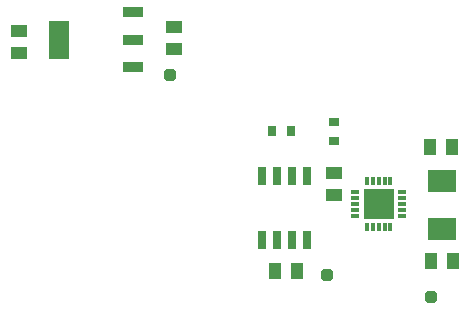
<source format=gtp>
G04*
G04 #@! TF.GenerationSoftware,Altium Limited,Altium Designer,21.4.1 (30)*
G04*
G04 Layer_Color=8421504*
%FSLAX25Y25*%
%MOIN*%
G70*
G04*
G04 #@! TF.SameCoordinates,4DB3B217-B7BD-441B-8BB1-1C5CD1DCED83*
G04*
G04*
G04 #@! TF.FilePolarity,Positive*
G04*
G01*
G75*
%ADD15R,0.05315X0.03937*%
%ADD16R,0.09843X0.09843*%
%ADD17R,0.01181X0.02874*%
%ADD18R,0.02874X0.01181*%
G04:AMPARAMS|DCode=19|XSize=39.37mil|YSize=39.37mil|CornerRadius=9.84mil|HoleSize=0mil|Usage=FLASHONLY|Rotation=90.000|XOffset=0mil|YOffset=0mil|HoleType=Round|Shape=RoundedRectangle|*
%AMROUNDEDRECTD19*
21,1,0.03937,0.01968,0,0,90.0*
21,1,0.01968,0.03937,0,0,90.0*
1,1,0.01968,0.00984,0.00984*
1,1,0.01968,0.00984,-0.00984*
1,1,0.01968,-0.00984,-0.00984*
1,1,0.01968,-0.00984,0.00984*
%
%ADD19ROUNDEDRECTD19*%
%ADD20R,0.03937X0.05315*%
%ADD21R,0.09449X0.07480*%
%ADD22R,0.02756X0.06102*%
%ADD23R,0.03347X0.02756*%
%ADD24R,0.02756X0.03347*%
%ADD25R,0.06890X0.12598*%
%ADD26R,0.06890X0.03740*%
D15*
X131400Y116917D02*
D03*
Y124200D02*
D03*
X26400Y164058D02*
D03*
Y171342D02*
D03*
X78000Y172742D02*
D03*
Y165458D02*
D03*
D16*
X146236Y113837D02*
D03*
D17*
X142299Y121573D02*
D03*
X150173D02*
D03*
X148205D02*
D03*
X146236D02*
D03*
X144268D02*
D03*
X142299Y106101D02*
D03*
X150173D02*
D03*
X148205D02*
D03*
X146236D02*
D03*
X144268D02*
D03*
D18*
X138500Y109900D02*
D03*
Y117774D02*
D03*
Y115805D02*
D03*
Y113837D02*
D03*
Y111869D02*
D03*
X153972Y109900D02*
D03*
Y117774D02*
D03*
Y115805D02*
D03*
Y113837D02*
D03*
Y111869D02*
D03*
D19*
X163600Y82800D02*
D03*
X76800Y156800D02*
D03*
X128900Y90000D02*
D03*
D20*
X170783Y132700D02*
D03*
X163500D02*
D03*
X171042Y94900D02*
D03*
X163758D02*
D03*
X118885Y91547D02*
D03*
X111602D02*
D03*
D21*
X167400Y105329D02*
D03*
Y121471D02*
D03*
D22*
X107200Y101643D02*
D03*
X112200D02*
D03*
X117200D02*
D03*
X122200D02*
D03*
Y123100D02*
D03*
X117200D02*
D03*
X112200D02*
D03*
X107200D02*
D03*
D23*
X131500Y134700D02*
D03*
Y141196D02*
D03*
D24*
X110552Y138000D02*
D03*
X117048D02*
D03*
D25*
X39698Y168600D02*
D03*
D26*
X64502Y177655D02*
D03*
Y168600D02*
D03*
Y159545D02*
D03*
M02*

</source>
